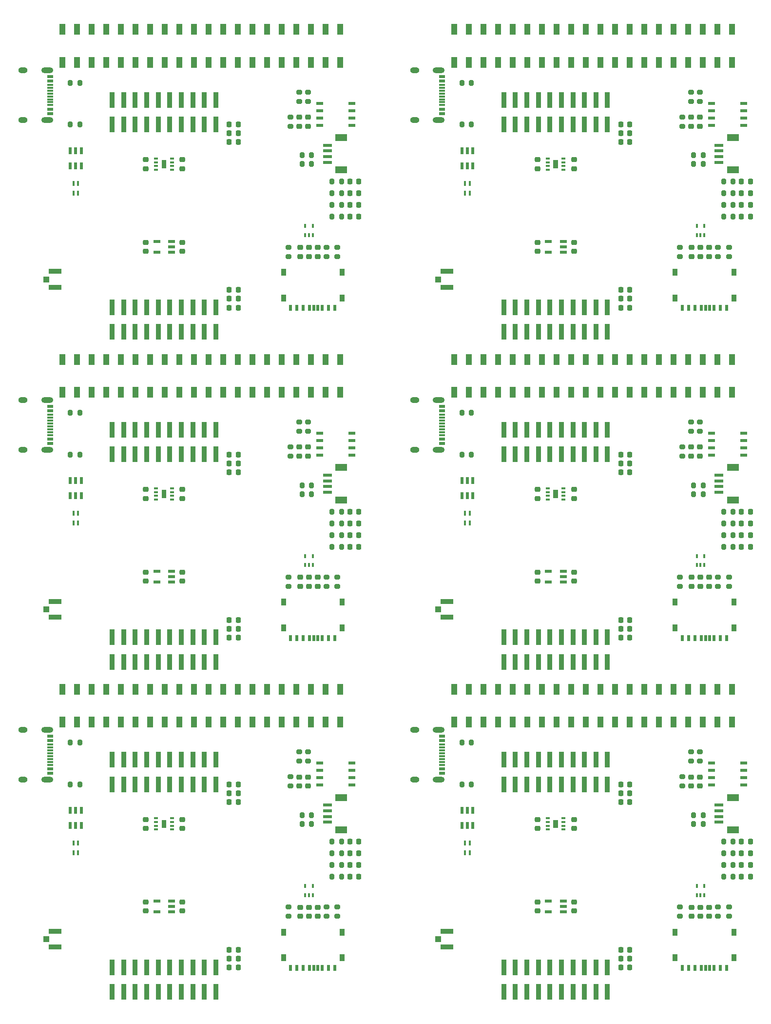
<source format=gtp>
%TF.GenerationSoftware,KiCad,Pcbnew,8.0.7*%
%TF.CreationDate,2025-01-29T16:03:17+00:00*%
%TF.ProjectId,SparkFun_GNSS_pHAT_panelized,53706172-6b46-4756-9e5f-474e53535f70,v10*%
%TF.SameCoordinates,Original*%
%TF.FileFunction,Paste,Top*%
%TF.FilePolarity,Positive*%
%FSLAX46Y46*%
G04 Gerber Fmt 4.6, Leading zero omitted, Abs format (unit mm)*
G04 Created by KiCad (PCBNEW 8.0.7) date 2025-01-29 16:03:17*
%MOMM*%
%LPD*%
G01*
G04 APERTURE LIST*
G04 Aperture macros list*
%AMRoundRect*
0 Rectangle with rounded corners*
0 $1 Rounding radius*
0 $2 $3 $4 $5 $6 $7 $8 $9 X,Y pos of 4 corners*
0 Add a 4 corners polygon primitive as box body*
4,1,4,$2,$3,$4,$5,$6,$7,$8,$9,$2,$3,0*
0 Add four circle primitives for the rounded corners*
1,1,$1+$1,$2,$3*
1,1,$1+$1,$4,$5*
1,1,$1+$1,$6,$7*
1,1,$1+$1,$8,$9*
0 Add four rect primitives between the rounded corners*
20,1,$1+$1,$2,$3,$4,$5,0*
20,1,$1+$1,$4,$5,$6,$7,0*
20,1,$1+$1,$6,$7,$8,$9,0*
20,1,$1+$1,$8,$9,$2,$3,0*%
G04 Aperture macros list end*
%ADD10RoundRect,0.200000X0.200000X0.275000X-0.200000X0.275000X-0.200000X-0.275000X0.200000X-0.275000X0*%
%ADD11RoundRect,0.225000X-0.225000X-0.250000X0.225000X-0.250000X0.225000X0.250000X-0.225000X0.250000X0*%
%ADD12RoundRect,0.218750X0.218750X0.256250X-0.218750X0.256250X-0.218750X-0.256250X0.218750X-0.256250X0*%
%ADD13R,0.900000X2.750000*%
%ADD14RoundRect,0.225000X0.250000X-0.225000X0.250000X0.225000X-0.250000X0.225000X-0.250000X-0.225000X0*%
%ADD15RoundRect,0.200000X0.275000X-0.200000X0.275000X0.200000X-0.275000X0.200000X-0.275000X-0.200000X0*%
%ADD16RoundRect,0.200000X-0.200000X-0.275000X0.200000X-0.275000X0.200000X0.275000X-0.200000X0.275000X0*%
%ADD17RoundRect,0.200000X-0.275000X0.200000X-0.275000X-0.200000X0.275000X-0.200000X0.275000X0.200000X0*%
%ADD18R,0.500000X1.000000*%
%ADD19R,0.950000X1.200000*%
%ADD20R,0.550000X1.200000*%
%ADD21R,1.020000X1.870000*%
%ADD22R,1.550000X0.600000*%
%ADD23R,2.000000X1.200000*%
%ADD24RoundRect,0.225000X-0.250000X0.225000X-0.250000X-0.225000X0.250000X-0.225000X0.250000X0.225000X0*%
%ADD25R,1.200000X0.550000*%
%ADD26RoundRect,0.225000X0.225000X0.250000X-0.225000X0.250000X-0.225000X-0.250000X0.225000X-0.250000X0*%
%ADD27R,1.050000X1.000000*%
%ADD28R,2.200000X0.850000*%
%ADD29R,0.650000X0.300000*%
%ADD30R,1.000000X0.300000*%
%ADD31R,1.000000X0.600000*%
%ADD32O,1.600000X1.000000*%
%ADD33O,2.100000X1.000000*%
%ADD34R,1.200000X0.600000*%
%ADD35R,0.300000X0.700000*%
%ADD36R,0.400000X0.900000*%
G04 APERTURE END LIST*
%TO.C,U2*%
G36*
X25600000Y32687500D02*
G01*
X26400000Y32687500D01*
X26400000Y31312500D01*
X25600000Y31312500D01*
X25600000Y32687500D01*
G37*
G36*
X25600000Y147187500D02*
G01*
X26400000Y147187500D01*
X26400000Y145812500D01*
X25600000Y145812500D01*
X25600000Y147187500D01*
G37*
G36*
X25600000Y89937500D02*
G01*
X26400000Y89937500D01*
X26400000Y88562500D01*
X25600000Y88562500D01*
X25600000Y89937500D01*
G37*
G36*
X93640000Y89937500D02*
G01*
X94440000Y89937500D01*
X94440000Y88562500D01*
X93640000Y88562500D01*
X93640000Y89937500D01*
G37*
G36*
X93640000Y147187500D02*
G01*
X94440000Y147187500D01*
X94440000Y145812500D01*
X93640000Y145812500D01*
X93640000Y147187500D01*
G37*
G36*
X93640000Y32687500D02*
G01*
X94440000Y32687500D01*
X94440000Y31312500D01*
X93640000Y31312500D01*
X93640000Y32687500D01*
G37*
%TD*%
D10*
%TO.C,R5*%
X51625000Y32004000D03*
X49975000Y32004000D03*
%TD*%
%TO.C,R5*%
X51625000Y89254000D03*
X49975000Y89254000D03*
%TD*%
%TO.C,R5*%
X51625000Y146504000D03*
X49975000Y146504000D03*
%TD*%
%TO.C,R5*%
X119665000Y32004000D03*
X118015000Y32004000D03*
%TD*%
%TO.C,R5*%
X119665000Y89254000D03*
X118015000Y89254000D03*
%TD*%
%TO.C,R5*%
X119665000Y146504000D03*
X118015000Y146504000D03*
%TD*%
D11*
%TO.C,C15*%
X37325000Y35814000D03*
X38875000Y35814000D03*
%TD*%
%TO.C,C15*%
X37325000Y150314000D03*
X38875000Y150314000D03*
%TD*%
%TO.C,C15*%
X37325000Y93064000D03*
X38875000Y93064000D03*
%TD*%
%TO.C,C15*%
X105365000Y150314000D03*
X106915000Y150314000D03*
%TD*%
%TO.C,C15*%
X105365000Y93064000D03*
X106915000Y93064000D03*
%TD*%
%TO.C,C15*%
X105365000Y35814000D03*
X106915000Y35814000D03*
%TD*%
%TO.C,C12*%
X37325000Y10160000D03*
X38875000Y10160000D03*
%TD*%
%TO.C,C12*%
X105365000Y67410000D03*
X106915000Y67410000D03*
%TD*%
%TO.C,C12*%
X105365000Y124660000D03*
X106915000Y124660000D03*
%TD*%
%TO.C,C12*%
X37325000Y124660000D03*
X38875000Y124660000D03*
%TD*%
%TO.C,C12*%
X105365000Y10160000D03*
X106915000Y10160000D03*
%TD*%
%TO.C,C12*%
X37325000Y67410000D03*
X38875000Y67410000D03*
%TD*%
D12*
%TO.C,D4*%
X59842500Y22860000D03*
X58267500Y22860000D03*
%TD*%
%TO.C,D4*%
X127882500Y137360000D03*
X126307500Y137360000D03*
%TD*%
%TO.C,D4*%
X127882500Y80110000D03*
X126307500Y80110000D03*
%TD*%
%TO.C,D4*%
X127882500Y22860000D03*
X126307500Y22860000D03*
%TD*%
%TO.C,D4*%
X59842500Y137360000D03*
X58267500Y137360000D03*
%TD*%
%TO.C,D4*%
X59842500Y80110000D03*
X58267500Y80110000D03*
%TD*%
D13*
%TO.C,J4*%
X17000000Y38875000D03*
X17000000Y43125000D03*
X19000000Y38875000D03*
X19000000Y43125000D03*
X21000000Y38875000D03*
X21000000Y43125000D03*
X23000000Y38875000D03*
X23000000Y43125000D03*
X25000000Y38875000D03*
X25000000Y43125000D03*
X27000000Y38875000D03*
X27000000Y43125000D03*
X29000000Y38875000D03*
X29000000Y43125000D03*
X31000000Y38875000D03*
X31000000Y43125000D03*
X33000000Y38875000D03*
X33000000Y43125000D03*
X35000000Y38875000D03*
X35000000Y43125000D03*
%TD*%
%TO.C,J4*%
X85040000Y38875000D03*
X85040000Y43125000D03*
X87040000Y38875000D03*
X87040000Y43125000D03*
X89040000Y38875000D03*
X89040000Y43125000D03*
X91040000Y38875000D03*
X91040000Y43125000D03*
X93040000Y38875000D03*
X93040000Y43125000D03*
X95040000Y38875000D03*
X95040000Y43125000D03*
X97040000Y38875000D03*
X97040000Y43125000D03*
X99040000Y38875000D03*
X99040000Y43125000D03*
X101040000Y38875000D03*
X101040000Y43125000D03*
X103040000Y38875000D03*
X103040000Y43125000D03*
%TD*%
%TO.C,J4*%
X17000000Y96125000D03*
X17000000Y100375000D03*
X19000000Y96125000D03*
X19000000Y100375000D03*
X21000000Y96125000D03*
X21000000Y100375000D03*
X23000000Y96125000D03*
X23000000Y100375000D03*
X25000000Y96125000D03*
X25000000Y100375000D03*
X27000000Y96125000D03*
X27000000Y100375000D03*
X29000000Y96125000D03*
X29000000Y100375000D03*
X31000000Y96125000D03*
X31000000Y100375000D03*
X33000000Y96125000D03*
X33000000Y100375000D03*
X35000000Y96125000D03*
X35000000Y100375000D03*
%TD*%
%TO.C,J4*%
X17000000Y153375000D03*
X17000000Y157625000D03*
X19000000Y153375000D03*
X19000000Y157625000D03*
X21000000Y153375000D03*
X21000000Y157625000D03*
X23000000Y153375000D03*
X23000000Y157625000D03*
X25000000Y153375000D03*
X25000000Y157625000D03*
X27000000Y153375000D03*
X27000000Y157625000D03*
X29000000Y153375000D03*
X29000000Y157625000D03*
X31000000Y153375000D03*
X31000000Y157625000D03*
X33000000Y153375000D03*
X33000000Y157625000D03*
X35000000Y153375000D03*
X35000000Y157625000D03*
%TD*%
%TO.C,J4*%
X85040000Y153375000D03*
X85040000Y157625000D03*
X87040000Y153375000D03*
X87040000Y157625000D03*
X89040000Y153375000D03*
X89040000Y157625000D03*
X91040000Y153375000D03*
X91040000Y157625000D03*
X93040000Y153375000D03*
X93040000Y157625000D03*
X95040000Y153375000D03*
X95040000Y157625000D03*
X97040000Y153375000D03*
X97040000Y157625000D03*
X99040000Y153375000D03*
X99040000Y157625000D03*
X101040000Y153375000D03*
X101040000Y157625000D03*
X103040000Y153375000D03*
X103040000Y157625000D03*
%TD*%
%TO.C,J4*%
X85040000Y96125000D03*
X85040000Y100375000D03*
X87040000Y96125000D03*
X87040000Y100375000D03*
X89040000Y96125000D03*
X89040000Y100375000D03*
X91040000Y96125000D03*
X91040000Y100375000D03*
X93040000Y96125000D03*
X93040000Y100375000D03*
X95040000Y96125000D03*
X95040000Y100375000D03*
X97040000Y96125000D03*
X97040000Y100375000D03*
X99040000Y96125000D03*
X99040000Y100375000D03*
X101040000Y96125000D03*
X101040000Y100375000D03*
X103040000Y96125000D03*
X103040000Y100375000D03*
%TD*%
D14*
%TO.C,C1*%
X49530000Y38595000D03*
X49530000Y40145000D03*
%TD*%
%TO.C,C1*%
X117570000Y153095000D03*
X117570000Y154645000D03*
%TD*%
%TO.C,C1*%
X49530000Y95845000D03*
X49530000Y97395000D03*
%TD*%
%TO.C,C1*%
X117570000Y38595000D03*
X117570000Y40145000D03*
%TD*%
%TO.C,C1*%
X49530000Y153095000D03*
X49530000Y154645000D03*
%TD*%
%TO.C,C1*%
X117570000Y95845000D03*
X117570000Y97395000D03*
%TD*%
D15*
%TO.C,R8*%
X47625000Y15939000D03*
X47625000Y17589000D03*
%TD*%
%TO.C,R8*%
X115665000Y15939000D03*
X115665000Y17589000D03*
%TD*%
%TO.C,R8*%
X47625000Y73189000D03*
X47625000Y74839000D03*
%TD*%
%TO.C,R8*%
X47625000Y130439000D03*
X47625000Y132089000D03*
%TD*%
%TO.C,R8*%
X115665000Y73189000D03*
X115665000Y74839000D03*
%TD*%
%TO.C,R8*%
X115665000Y130439000D03*
X115665000Y132089000D03*
%TD*%
D11*
%TO.C,C10*%
X37325000Y7093000D03*
X38875000Y7093000D03*
%TD*%
%TO.C,C10*%
X105365000Y7093000D03*
X106915000Y7093000D03*
%TD*%
%TO.C,C10*%
X105365000Y64343000D03*
X106915000Y64343000D03*
%TD*%
%TO.C,C10*%
X37325000Y121593000D03*
X38875000Y121593000D03*
%TD*%
%TO.C,C10*%
X105365000Y121593000D03*
X106915000Y121593000D03*
%TD*%
%TO.C,C10*%
X37325000Y64343000D03*
X38875000Y64343000D03*
%TD*%
D14*
%TO.C,C3*%
X22860000Y31229000D03*
X22860000Y32779000D03*
%TD*%
%TO.C,C3*%
X22860000Y88479000D03*
X22860000Y90029000D03*
%TD*%
%TO.C,C3*%
X22860000Y145729000D03*
X22860000Y147279000D03*
%TD*%
%TO.C,C3*%
X90900000Y31229000D03*
X90900000Y32779000D03*
%TD*%
%TO.C,C3*%
X90900000Y145729000D03*
X90900000Y147279000D03*
%TD*%
%TO.C,C3*%
X90900000Y88479000D03*
X90900000Y90029000D03*
%TD*%
D13*
%TO.C,J2*%
X17000000Y2875000D03*
X17000000Y7125000D03*
X19000000Y2875000D03*
X19000000Y7125000D03*
X21000000Y2875000D03*
X21000000Y7125000D03*
X23000000Y2875000D03*
X23000000Y7125000D03*
X25000000Y2875000D03*
X25000000Y7125000D03*
X27000000Y2875000D03*
X27000000Y7125000D03*
X29000000Y2875000D03*
X29000000Y7125000D03*
X31000000Y2875000D03*
X31000000Y7125000D03*
X33000000Y2875000D03*
X33000000Y7125000D03*
X35000000Y2875000D03*
X35000000Y7125000D03*
%TD*%
%TO.C,J2*%
X85040000Y60125000D03*
X85040000Y64375000D03*
X87040000Y60125000D03*
X87040000Y64375000D03*
X89040000Y60125000D03*
X89040000Y64375000D03*
X91040000Y60125000D03*
X91040000Y64375000D03*
X93040000Y60125000D03*
X93040000Y64375000D03*
X95040000Y60125000D03*
X95040000Y64375000D03*
X97040000Y60125000D03*
X97040000Y64375000D03*
X99040000Y60125000D03*
X99040000Y64375000D03*
X101040000Y60125000D03*
X101040000Y64375000D03*
X103040000Y60125000D03*
X103040000Y64375000D03*
%TD*%
%TO.C,J2*%
X17000000Y60125000D03*
X17000000Y64375000D03*
X19000000Y60125000D03*
X19000000Y64375000D03*
X21000000Y60125000D03*
X21000000Y64375000D03*
X23000000Y60125000D03*
X23000000Y64375000D03*
X25000000Y60125000D03*
X25000000Y64375000D03*
X27000000Y60125000D03*
X27000000Y64375000D03*
X29000000Y60125000D03*
X29000000Y64375000D03*
X31000000Y60125000D03*
X31000000Y64375000D03*
X33000000Y60125000D03*
X33000000Y64375000D03*
X35000000Y60125000D03*
X35000000Y64375000D03*
%TD*%
%TO.C,J2*%
X17000000Y117375000D03*
X17000000Y121625000D03*
X19000000Y117375000D03*
X19000000Y121625000D03*
X21000000Y117375000D03*
X21000000Y121625000D03*
X23000000Y117375000D03*
X23000000Y121625000D03*
X25000000Y117375000D03*
X25000000Y121625000D03*
X27000000Y117375000D03*
X27000000Y121625000D03*
X29000000Y117375000D03*
X29000000Y121625000D03*
X31000000Y117375000D03*
X31000000Y121625000D03*
X33000000Y117375000D03*
X33000000Y121625000D03*
X35000000Y117375000D03*
X35000000Y121625000D03*
%TD*%
%TO.C,J2*%
X85040000Y2875000D03*
X85040000Y7125000D03*
X87040000Y2875000D03*
X87040000Y7125000D03*
X89040000Y2875000D03*
X89040000Y7125000D03*
X91040000Y2875000D03*
X91040000Y7125000D03*
X93040000Y2875000D03*
X93040000Y7125000D03*
X95040000Y2875000D03*
X95040000Y7125000D03*
X97040000Y2875000D03*
X97040000Y7125000D03*
X99040000Y2875000D03*
X99040000Y7125000D03*
X101040000Y2875000D03*
X101040000Y7125000D03*
X103040000Y2875000D03*
X103040000Y7125000D03*
%TD*%
%TO.C,J2*%
X85040000Y117375000D03*
X85040000Y121625000D03*
X87040000Y117375000D03*
X87040000Y121625000D03*
X89040000Y117375000D03*
X89040000Y121625000D03*
X91040000Y117375000D03*
X91040000Y121625000D03*
X93040000Y117375000D03*
X93040000Y121625000D03*
X95040000Y117375000D03*
X95040000Y121625000D03*
X97040000Y117375000D03*
X97040000Y121625000D03*
X99040000Y117375000D03*
X99040000Y121625000D03*
X101040000Y117375000D03*
X101040000Y121625000D03*
X103040000Y117375000D03*
X103040000Y121625000D03*
%TD*%
D16*
%TO.C,R14*%
X55182000Y28956000D03*
X56832000Y28956000D03*
%TD*%
%TO.C,R14*%
X123222000Y143456000D03*
X124872000Y143456000D03*
%TD*%
%TO.C,R14*%
X55182000Y86206000D03*
X56832000Y86206000D03*
%TD*%
%TO.C,R14*%
X55182000Y143456000D03*
X56832000Y143456000D03*
%TD*%
%TO.C,R14*%
X123222000Y28956000D03*
X124872000Y28956000D03*
%TD*%
%TO.C,R14*%
X123222000Y86206000D03*
X124872000Y86206000D03*
%TD*%
D10*
%TO.C,R10*%
X11366000Y38862000D03*
X9716000Y38862000D03*
%TD*%
%TO.C,R10*%
X79406000Y96112000D03*
X77756000Y96112000D03*
%TD*%
%TO.C,R10*%
X79406000Y153362000D03*
X77756000Y153362000D03*
%TD*%
%TO.C,R10*%
X11366000Y153362000D03*
X9716000Y153362000D03*
%TD*%
%TO.C,R10*%
X11366000Y96112000D03*
X9716000Y96112000D03*
%TD*%
%TO.C,R10*%
X79406000Y38862000D03*
X77756000Y38862000D03*
%TD*%
%TO.C,R9*%
X11366000Y46101000D03*
X9716000Y46101000D03*
%TD*%
%TO.C,R9*%
X79406000Y46101000D03*
X77756000Y46101000D03*
%TD*%
%TO.C,R9*%
X11366000Y160601000D03*
X9716000Y160601000D03*
%TD*%
%TO.C,R9*%
X79406000Y160601000D03*
X77756000Y160601000D03*
%TD*%
%TO.C,R9*%
X79406000Y103351000D03*
X77756000Y103351000D03*
%TD*%
%TO.C,R9*%
X11366000Y103351000D03*
X9716000Y103351000D03*
%TD*%
D11*
%TO.C,C13*%
X37325000Y38862000D03*
X38875000Y38862000D03*
%TD*%
%TO.C,C13*%
X37325000Y153362000D03*
X38875000Y153362000D03*
%TD*%
%TO.C,C13*%
X37325000Y96112000D03*
X38875000Y96112000D03*
%TD*%
%TO.C,C13*%
X105365000Y96112000D03*
X106915000Y96112000D03*
%TD*%
%TO.C,C13*%
X105365000Y153362000D03*
X106915000Y153362000D03*
%TD*%
%TO.C,C13*%
X105365000Y38862000D03*
X106915000Y38862000D03*
%TD*%
D12*
%TO.C,D5*%
X59842500Y26924000D03*
X58267500Y26924000D03*
%TD*%
%TO.C,D5*%
X127882500Y84174000D03*
X126307500Y84174000D03*
%TD*%
%TO.C,D5*%
X127882500Y141424000D03*
X126307500Y141424000D03*
%TD*%
%TO.C,D5*%
X59842500Y84174000D03*
X58267500Y84174000D03*
%TD*%
%TO.C,D5*%
X59842500Y141424000D03*
X58267500Y141424000D03*
%TD*%
%TO.C,D5*%
X127882500Y26924000D03*
X126307500Y26924000D03*
%TD*%
D10*
%TO.C,R11*%
X56832000Y24892000D03*
X55182000Y24892000D03*
%TD*%
%TO.C,R11*%
X56832000Y139392000D03*
X55182000Y139392000D03*
%TD*%
%TO.C,R11*%
X124872000Y82142000D03*
X123222000Y82142000D03*
%TD*%
%TO.C,R11*%
X56832000Y82142000D03*
X55182000Y82142000D03*
%TD*%
%TO.C,R11*%
X124872000Y24892000D03*
X123222000Y24892000D03*
%TD*%
%TO.C,R11*%
X124872000Y139392000D03*
X123222000Y139392000D03*
%TD*%
D17*
%TO.C,R3*%
X48006000Y40195000D03*
X48006000Y38545000D03*
%TD*%
%TO.C,R3*%
X116046000Y154695000D03*
X116046000Y153045000D03*
%TD*%
%TO.C,R3*%
X48006000Y154695000D03*
X48006000Y153045000D03*
%TD*%
%TO.C,R3*%
X116046000Y40195000D03*
X116046000Y38545000D03*
%TD*%
%TO.C,R3*%
X116046000Y97445000D03*
X116046000Y95795000D03*
%TD*%
%TO.C,R3*%
X48006000Y97445000D03*
X48006000Y95795000D03*
%TD*%
D18*
%TO.C,J5*%
X55700000Y7025000D03*
X54600000Y7025000D03*
X53500000Y7025000D03*
X52750000Y7025000D03*
X51300000Y7025000D03*
X50200000Y7025000D03*
X49100000Y7025000D03*
X48000000Y7025000D03*
X52050000Y7025000D03*
D19*
X46750000Y13225000D03*
X46750000Y8775000D03*
X56950000Y13225000D03*
X56950000Y8775000D03*
%TD*%
D18*
%TO.C,J5*%
X123740000Y121525000D03*
X122640000Y121525000D03*
X121540000Y121525000D03*
X120790000Y121525000D03*
X119340000Y121525000D03*
X118240000Y121525000D03*
X117140000Y121525000D03*
X116040000Y121525000D03*
X120090000Y121525000D03*
D19*
X114790000Y127725000D03*
X114790000Y123275000D03*
X124990000Y127725000D03*
X124990000Y123275000D03*
%TD*%
D18*
%TO.C,J5*%
X55700000Y64275000D03*
X54600000Y64275000D03*
X53500000Y64275000D03*
X52750000Y64275000D03*
X51300000Y64275000D03*
X50200000Y64275000D03*
X49100000Y64275000D03*
X48000000Y64275000D03*
X52050000Y64275000D03*
D19*
X46750000Y70475000D03*
X46750000Y66025000D03*
X56950000Y70475000D03*
X56950000Y66025000D03*
%TD*%
D18*
%TO.C,J5*%
X55700000Y121525000D03*
X54600000Y121525000D03*
X53500000Y121525000D03*
X52750000Y121525000D03*
X51300000Y121525000D03*
X50200000Y121525000D03*
X49100000Y121525000D03*
X48000000Y121525000D03*
X52050000Y121525000D03*
D19*
X46750000Y127725000D03*
X46750000Y123275000D03*
X56950000Y127725000D03*
X56950000Y123275000D03*
%TD*%
D18*
%TO.C,J5*%
X123740000Y7025000D03*
X122640000Y7025000D03*
X121540000Y7025000D03*
X120790000Y7025000D03*
X119340000Y7025000D03*
X118240000Y7025000D03*
X117140000Y7025000D03*
X116040000Y7025000D03*
X120090000Y7025000D03*
D19*
X114790000Y13225000D03*
X114790000Y8775000D03*
X124990000Y13225000D03*
X124990000Y8775000D03*
%TD*%
D18*
%TO.C,J5*%
X123740000Y64275000D03*
X122640000Y64275000D03*
X121540000Y64275000D03*
X120790000Y64275000D03*
X119340000Y64275000D03*
X118240000Y64275000D03*
X117140000Y64275000D03*
X116040000Y64275000D03*
X120090000Y64275000D03*
D19*
X114790000Y70475000D03*
X114790000Y66025000D03*
X124990000Y70475000D03*
X124990000Y66025000D03*
%TD*%
D14*
%TO.C,C8*%
X49657000Y15989000D03*
X49657000Y17539000D03*
%TD*%
%TO.C,C8*%
X49657000Y130489000D03*
X49657000Y132039000D03*
%TD*%
%TO.C,C8*%
X49657000Y73239000D03*
X49657000Y74789000D03*
%TD*%
%TO.C,C8*%
X117697000Y15989000D03*
X117697000Y17539000D03*
%TD*%
%TO.C,C8*%
X117697000Y73239000D03*
X117697000Y74789000D03*
%TD*%
%TO.C,C8*%
X117697000Y130489000D03*
X117697000Y132039000D03*
%TD*%
%TO.C,C7*%
X52705000Y15989000D03*
X52705000Y17539000D03*
%TD*%
%TO.C,C7*%
X52705000Y73239000D03*
X52705000Y74789000D03*
%TD*%
%TO.C,C7*%
X52705000Y130489000D03*
X52705000Y132039000D03*
%TD*%
%TO.C,C7*%
X120745000Y130489000D03*
X120745000Y132039000D03*
%TD*%
%TO.C,C7*%
X120745000Y15989000D03*
X120745000Y17539000D03*
%TD*%
%TO.C,C7*%
X120745000Y73239000D03*
X120745000Y74789000D03*
%TD*%
D20*
%TO.C,D1*%
X9718000Y31719900D03*
X10668000Y31719900D03*
X11618000Y31719900D03*
X11618000Y34320100D03*
X10668000Y34320000D03*
X9718000Y34320100D03*
%TD*%
%TO.C,D1*%
X9718000Y146219900D03*
X10668000Y146219900D03*
X11618000Y146219900D03*
X11618000Y148820100D03*
X10668000Y148820000D03*
X9718000Y148820100D03*
%TD*%
%TO.C,D1*%
X77758000Y31719900D03*
X78708000Y31719900D03*
X79658000Y31719900D03*
X79658000Y34320100D03*
X78708000Y34320000D03*
X77758000Y34320100D03*
%TD*%
%TO.C,D1*%
X77758000Y88969900D03*
X78708000Y88969900D03*
X79658000Y88969900D03*
X79658000Y91570100D03*
X78708000Y91570000D03*
X77758000Y91570100D03*
%TD*%
%TO.C,D1*%
X77758000Y146219900D03*
X78708000Y146219900D03*
X79658000Y146219900D03*
X79658000Y148820100D03*
X78708000Y148820000D03*
X77758000Y148820100D03*
%TD*%
%TO.C,D1*%
X9718000Y88969900D03*
X10668000Y88969900D03*
X11618000Y88969900D03*
X11618000Y91570100D03*
X10668000Y91570000D03*
X9718000Y91570100D03*
%TD*%
D21*
%TO.C,J1*%
X8370000Y49635000D03*
X8370000Y55365000D03*
X10910000Y49635000D03*
X10910000Y55365000D03*
X13450000Y49635000D03*
X13450000Y55365000D03*
X15990000Y49635000D03*
X15990000Y55365000D03*
X18530000Y49635000D03*
X18530000Y55365000D03*
X21070000Y49635000D03*
X21070000Y55365000D03*
X23610000Y49635000D03*
X23610000Y55365000D03*
X26150000Y49635000D03*
X26150000Y55365000D03*
X28690000Y49635000D03*
X28690000Y55365000D03*
X31230000Y49635000D03*
X31230000Y55365000D03*
X33770000Y49635000D03*
X33770000Y55365000D03*
X36310000Y49635000D03*
X36310000Y55365000D03*
X38850000Y49635000D03*
X38850000Y55365000D03*
X41390000Y49635000D03*
X41390000Y55365000D03*
X43930000Y49635000D03*
X43930000Y55365000D03*
X46470000Y49635000D03*
X46470000Y55365000D03*
X49010000Y49635000D03*
X49010000Y55365000D03*
X51550000Y49635000D03*
X51550000Y55365000D03*
X54090000Y49635000D03*
X54090000Y55365000D03*
X56630000Y49635000D03*
X56630000Y55365000D03*
%TD*%
%TO.C,J1*%
X76410000Y164135000D03*
X76410000Y169865000D03*
X78950000Y164135000D03*
X78950000Y169865000D03*
X81490000Y164135000D03*
X81490000Y169865000D03*
X84030000Y164135000D03*
X84030000Y169865000D03*
X86570000Y164135000D03*
X86570000Y169865000D03*
X89110000Y164135000D03*
X89110000Y169865000D03*
X91650000Y164135000D03*
X91650000Y169865000D03*
X94190000Y164135000D03*
X94190000Y169865000D03*
X96730000Y164135000D03*
X96730000Y169865000D03*
X99270000Y164135000D03*
X99270000Y169865000D03*
X101810000Y164135000D03*
X101810000Y169865000D03*
X104350000Y164135000D03*
X104350000Y169865000D03*
X106890000Y164135000D03*
X106890000Y169865000D03*
X109430000Y164135000D03*
X109430000Y169865000D03*
X111970000Y164135000D03*
X111970000Y169865000D03*
X114510000Y164135000D03*
X114510000Y169865000D03*
X117050000Y164135000D03*
X117050000Y169865000D03*
X119590000Y164135000D03*
X119590000Y169865000D03*
X122130000Y164135000D03*
X122130000Y169865000D03*
X124670000Y164135000D03*
X124670000Y169865000D03*
%TD*%
%TO.C,J1*%
X8370000Y164135000D03*
X8370000Y169865000D03*
X10910000Y164135000D03*
X10910000Y169865000D03*
X13450000Y164135000D03*
X13450000Y169865000D03*
X15990000Y164135000D03*
X15990000Y169865000D03*
X18530000Y164135000D03*
X18530000Y169865000D03*
X21070000Y164135000D03*
X21070000Y169865000D03*
X23610000Y164135000D03*
X23610000Y169865000D03*
X26150000Y164135000D03*
X26150000Y169865000D03*
X28690000Y164135000D03*
X28690000Y169865000D03*
X31230000Y164135000D03*
X31230000Y169865000D03*
X33770000Y164135000D03*
X33770000Y169865000D03*
X36310000Y164135000D03*
X36310000Y169865000D03*
X38850000Y164135000D03*
X38850000Y169865000D03*
X41390000Y164135000D03*
X41390000Y169865000D03*
X43930000Y164135000D03*
X43930000Y169865000D03*
X46470000Y164135000D03*
X46470000Y169865000D03*
X49010000Y164135000D03*
X49010000Y169865000D03*
X51550000Y164135000D03*
X51550000Y169865000D03*
X54090000Y164135000D03*
X54090000Y169865000D03*
X56630000Y164135000D03*
X56630000Y169865000D03*
%TD*%
%TO.C,J1*%
X8370000Y106885000D03*
X8370000Y112615000D03*
X10910000Y106885000D03*
X10910000Y112615000D03*
X13450000Y106885000D03*
X13450000Y112615000D03*
X15990000Y106885000D03*
X15990000Y112615000D03*
X18530000Y106885000D03*
X18530000Y112615000D03*
X21070000Y106885000D03*
X21070000Y112615000D03*
X23610000Y106885000D03*
X23610000Y112615000D03*
X26150000Y106885000D03*
X26150000Y112615000D03*
X28690000Y106885000D03*
X28690000Y112615000D03*
X31230000Y106885000D03*
X31230000Y112615000D03*
X33770000Y106885000D03*
X33770000Y112615000D03*
X36310000Y106885000D03*
X36310000Y112615000D03*
X38850000Y106885000D03*
X38850000Y112615000D03*
X41390000Y106885000D03*
X41390000Y112615000D03*
X43930000Y106885000D03*
X43930000Y112615000D03*
X46470000Y106885000D03*
X46470000Y112615000D03*
X49010000Y106885000D03*
X49010000Y112615000D03*
X51550000Y106885000D03*
X51550000Y112615000D03*
X54090000Y106885000D03*
X54090000Y112615000D03*
X56630000Y106885000D03*
X56630000Y112615000D03*
%TD*%
%TO.C,J1*%
X76410000Y49635000D03*
X76410000Y55365000D03*
X78950000Y49635000D03*
X78950000Y55365000D03*
X81490000Y49635000D03*
X81490000Y55365000D03*
X84030000Y49635000D03*
X84030000Y55365000D03*
X86570000Y49635000D03*
X86570000Y55365000D03*
X89110000Y49635000D03*
X89110000Y55365000D03*
X91650000Y49635000D03*
X91650000Y55365000D03*
X94190000Y49635000D03*
X94190000Y55365000D03*
X96730000Y49635000D03*
X96730000Y55365000D03*
X99270000Y49635000D03*
X99270000Y55365000D03*
X101810000Y49635000D03*
X101810000Y55365000D03*
X104350000Y49635000D03*
X104350000Y55365000D03*
X106890000Y49635000D03*
X106890000Y55365000D03*
X109430000Y49635000D03*
X109430000Y55365000D03*
X111970000Y49635000D03*
X111970000Y55365000D03*
X114510000Y49635000D03*
X114510000Y55365000D03*
X117050000Y49635000D03*
X117050000Y55365000D03*
X119590000Y49635000D03*
X119590000Y55365000D03*
X122130000Y49635000D03*
X122130000Y55365000D03*
X124670000Y49635000D03*
X124670000Y55365000D03*
%TD*%
%TO.C,J1*%
X76410000Y106885000D03*
X76410000Y112615000D03*
X78950000Y106885000D03*
X78950000Y112615000D03*
X81490000Y106885000D03*
X81490000Y112615000D03*
X84030000Y106885000D03*
X84030000Y112615000D03*
X86570000Y106885000D03*
X86570000Y112615000D03*
X89110000Y106885000D03*
X89110000Y112615000D03*
X91650000Y106885000D03*
X91650000Y112615000D03*
X94190000Y106885000D03*
X94190000Y112615000D03*
X96730000Y106885000D03*
X96730000Y112615000D03*
X99270000Y106885000D03*
X99270000Y112615000D03*
X101810000Y106885000D03*
X101810000Y112615000D03*
X104350000Y106885000D03*
X104350000Y112615000D03*
X106890000Y106885000D03*
X106890000Y112615000D03*
X109430000Y106885000D03*
X109430000Y112615000D03*
X111970000Y106885000D03*
X111970000Y112615000D03*
X114510000Y106885000D03*
X114510000Y112615000D03*
X117050000Y106885000D03*
X117050000Y112615000D03*
X119590000Y106885000D03*
X119590000Y112615000D03*
X122130000Y106885000D03*
X122130000Y112615000D03*
X124670000Y106885000D03*
X124670000Y112615000D03*
%TD*%
D10*
%TO.C,R4*%
X51625000Y33528000D03*
X49975000Y33528000D03*
%TD*%
%TO.C,R4*%
X51625000Y90778000D03*
X49975000Y90778000D03*
%TD*%
%TO.C,R4*%
X119665000Y33528000D03*
X118015000Y33528000D03*
%TD*%
%TO.C,R4*%
X119665000Y90778000D03*
X118015000Y90778000D03*
%TD*%
%TO.C,R4*%
X119665000Y148028000D03*
X118015000Y148028000D03*
%TD*%
%TO.C,R4*%
X51625000Y148028000D03*
X49975000Y148028000D03*
%TD*%
D22*
%TO.C,J8*%
X54369000Y35282000D03*
X54369000Y34282000D03*
X54369000Y33282000D03*
X54369000Y32282000D03*
D23*
X56794000Y36582000D03*
X56794000Y30982000D03*
%TD*%
D22*
%TO.C,J8*%
X54369000Y92532000D03*
X54369000Y91532000D03*
X54369000Y90532000D03*
X54369000Y89532000D03*
D23*
X56794000Y93832000D03*
X56794000Y88232000D03*
%TD*%
D22*
%TO.C,J8*%
X122409000Y92532000D03*
X122409000Y91532000D03*
X122409000Y90532000D03*
X122409000Y89532000D03*
D23*
X124834000Y93832000D03*
X124834000Y88232000D03*
%TD*%
D22*
%TO.C,J8*%
X54369000Y149782000D03*
X54369000Y148782000D03*
X54369000Y147782000D03*
X54369000Y146782000D03*
D23*
X56794000Y151082000D03*
X56794000Y145482000D03*
%TD*%
D22*
%TO.C,J8*%
X122409000Y149782000D03*
X122409000Y148782000D03*
X122409000Y147782000D03*
X122409000Y146782000D03*
D23*
X124834000Y151082000D03*
X124834000Y145482000D03*
%TD*%
D22*
%TO.C,J8*%
X122409000Y35282000D03*
X122409000Y34282000D03*
X122409000Y33282000D03*
X122409000Y32282000D03*
D23*
X124834000Y36582000D03*
X124834000Y30982000D03*
%TD*%
D10*
%TO.C,R13*%
X56832000Y26924000D03*
X55182000Y26924000D03*
%TD*%
%TO.C,R13*%
X124872000Y26924000D03*
X123222000Y26924000D03*
%TD*%
%TO.C,R13*%
X56832000Y84174000D03*
X55182000Y84174000D03*
%TD*%
%TO.C,R13*%
X56832000Y141424000D03*
X55182000Y141424000D03*
%TD*%
%TO.C,R13*%
X124872000Y84174000D03*
X123222000Y84174000D03*
%TD*%
%TO.C,R13*%
X124872000Y141424000D03*
X123222000Y141424000D03*
%TD*%
D15*
%TO.C,R2*%
X51054000Y42863000D03*
X51054000Y44513000D03*
%TD*%
%TO.C,R2*%
X119094000Y42863000D03*
X119094000Y44513000D03*
%TD*%
%TO.C,R2*%
X119094000Y157363000D03*
X119094000Y159013000D03*
%TD*%
%TO.C,R2*%
X51054000Y100113000D03*
X51054000Y101763000D03*
%TD*%
%TO.C,R2*%
X119094000Y100113000D03*
X119094000Y101763000D03*
%TD*%
%TO.C,R2*%
X51054000Y157363000D03*
X51054000Y159013000D03*
%TD*%
%TO.C,R1*%
X49530000Y42863000D03*
X49530000Y44513000D03*
%TD*%
%TO.C,R1*%
X49530000Y157363000D03*
X49530000Y159013000D03*
%TD*%
%TO.C,R1*%
X49530000Y100113000D03*
X49530000Y101763000D03*
%TD*%
%TO.C,R1*%
X117570000Y100113000D03*
X117570000Y101763000D03*
%TD*%
%TO.C,R1*%
X117570000Y42863000D03*
X117570000Y44513000D03*
%TD*%
%TO.C,R1*%
X117570000Y157363000D03*
X117570000Y159013000D03*
%TD*%
%TO.C,R6*%
X56134000Y15939000D03*
X56134000Y17589000D03*
%TD*%
%TO.C,R6*%
X56134000Y130439000D03*
X56134000Y132089000D03*
%TD*%
%TO.C,R6*%
X124174000Y130439000D03*
X124174000Y132089000D03*
%TD*%
%TO.C,R6*%
X124174000Y15939000D03*
X124174000Y17589000D03*
%TD*%
%TO.C,R6*%
X124174000Y73189000D03*
X124174000Y74839000D03*
%TD*%
%TO.C,R6*%
X56134000Y73189000D03*
X56134000Y74839000D03*
%TD*%
D12*
%TO.C,D6*%
X59842500Y28956000D03*
X58267500Y28956000D03*
%TD*%
%TO.C,D6*%
X59842500Y143456000D03*
X58267500Y143456000D03*
%TD*%
%TO.C,D6*%
X59842500Y86206000D03*
X58267500Y86206000D03*
%TD*%
%TO.C,D6*%
X127882500Y86206000D03*
X126307500Y86206000D03*
%TD*%
%TO.C,D6*%
X127882500Y28956000D03*
X126307500Y28956000D03*
%TD*%
%TO.C,D6*%
X127882500Y143456000D03*
X126307500Y143456000D03*
%TD*%
D24*
%TO.C,C9*%
X51181000Y17539000D03*
X51181000Y15989000D03*
%TD*%
%TO.C,C9*%
X51181000Y74789000D03*
X51181000Y73239000D03*
%TD*%
%TO.C,C9*%
X119221000Y17539000D03*
X119221000Y15989000D03*
%TD*%
%TO.C,C9*%
X51181000Y132039000D03*
X51181000Y130489000D03*
%TD*%
%TO.C,C9*%
X119221000Y74789000D03*
X119221000Y73239000D03*
%TD*%
%TO.C,C9*%
X119221000Y132039000D03*
X119221000Y130489000D03*
%TD*%
%TO.C,C5*%
X22860000Y18428000D03*
X22860000Y16878000D03*
%TD*%
%TO.C,C5*%
X22860000Y132928000D03*
X22860000Y131378000D03*
%TD*%
%TO.C,C5*%
X22860000Y75678000D03*
X22860000Y74128000D03*
%TD*%
%TO.C,C5*%
X90900000Y18428000D03*
X90900000Y16878000D03*
%TD*%
%TO.C,C5*%
X90900000Y75678000D03*
X90900000Y74128000D03*
%TD*%
%TO.C,C5*%
X90900000Y132928000D03*
X90900000Y131378000D03*
%TD*%
D25*
%TO.C,U3*%
X27335100Y16703000D03*
X27335100Y17653000D03*
X27335100Y18603000D03*
X24734900Y18603000D03*
X24734900Y16703000D03*
%TD*%
%TO.C,U3*%
X27335100Y73953000D03*
X27335100Y74903000D03*
X27335100Y75853000D03*
X24734900Y75853000D03*
X24734900Y73953000D03*
%TD*%
%TO.C,U3*%
X27335100Y131203000D03*
X27335100Y132153000D03*
X27335100Y133103000D03*
X24734900Y133103000D03*
X24734900Y131203000D03*
%TD*%
%TO.C,U3*%
X95375100Y131203000D03*
X95375100Y132153000D03*
X95375100Y133103000D03*
X92774900Y133103000D03*
X92774900Y131203000D03*
%TD*%
%TO.C,U3*%
X95375100Y16703000D03*
X95375100Y17653000D03*
X95375100Y18603000D03*
X92774900Y18603000D03*
X92774900Y16703000D03*
%TD*%
%TO.C,U3*%
X95375100Y73953000D03*
X95375100Y74903000D03*
X95375100Y75853000D03*
X92774900Y75853000D03*
X92774900Y73953000D03*
%TD*%
D26*
%TO.C,C11*%
X38875000Y8636000D03*
X37325000Y8636000D03*
%TD*%
%TO.C,C11*%
X38875000Y65886000D03*
X37325000Y65886000D03*
%TD*%
%TO.C,C11*%
X38875000Y123136000D03*
X37325000Y123136000D03*
%TD*%
%TO.C,C11*%
X106915000Y123136000D03*
X105365000Y123136000D03*
%TD*%
%TO.C,C11*%
X106915000Y65886000D03*
X105365000Y65886000D03*
%TD*%
%TO.C,C11*%
X106915000Y8636000D03*
X105365000Y8636000D03*
%TD*%
D27*
%TO.C,J3*%
X5587000Y12000000D03*
D28*
X7112000Y10625000D03*
X7112000Y13375000D03*
%TD*%
D27*
%TO.C,J3*%
X73627000Y12000000D03*
D28*
X75152000Y10625000D03*
X75152000Y13375000D03*
%TD*%
D27*
%TO.C,J3*%
X5587000Y69250000D03*
D28*
X7112000Y67875000D03*
X7112000Y70625000D03*
%TD*%
D27*
%TO.C,J3*%
X5587000Y126500000D03*
D28*
X7112000Y125125000D03*
X7112000Y127875000D03*
%TD*%
D27*
%TO.C,J3*%
X73627000Y69250000D03*
D28*
X75152000Y67875000D03*
X75152000Y70625000D03*
%TD*%
D27*
%TO.C,J3*%
X73627000Y126500000D03*
D28*
X75152000Y125125000D03*
X75152000Y127875000D03*
%TD*%
D14*
%TO.C,C4*%
X29210000Y16878000D03*
X29210000Y18428000D03*
%TD*%
%TO.C,C4*%
X97250000Y131378000D03*
X97250000Y132928000D03*
%TD*%
%TO.C,C4*%
X29210000Y74128000D03*
X29210000Y75678000D03*
%TD*%
%TO.C,C4*%
X29210000Y131378000D03*
X29210000Y132928000D03*
%TD*%
%TO.C,C4*%
X97250000Y16878000D03*
X97250000Y18428000D03*
%TD*%
%TO.C,C4*%
X97250000Y74128000D03*
X97250000Y75678000D03*
%TD*%
D29*
%TO.C,U2*%
X24625000Y32975000D03*
X24625000Y32325000D03*
X24625000Y31675000D03*
X24625000Y31025000D03*
X27375000Y31025000D03*
X27375000Y31675000D03*
X27375000Y32325000D03*
X27375000Y32975000D03*
%TD*%
%TO.C,U2*%
X24625000Y147475000D03*
X24625000Y146825000D03*
X24625000Y146175000D03*
X24625000Y145525000D03*
X27375000Y145525000D03*
X27375000Y146175000D03*
X27375000Y146825000D03*
X27375000Y147475000D03*
%TD*%
%TO.C,U2*%
X24625000Y90225000D03*
X24625000Y89575000D03*
X24625000Y88925000D03*
X24625000Y88275000D03*
X27375000Y88275000D03*
X27375000Y88925000D03*
X27375000Y89575000D03*
X27375000Y90225000D03*
%TD*%
%TO.C,U2*%
X92665000Y90225000D03*
X92665000Y89575000D03*
X92665000Y88925000D03*
X92665000Y88275000D03*
X95415000Y88275000D03*
X95415000Y88925000D03*
X95415000Y89575000D03*
X95415000Y90225000D03*
%TD*%
%TO.C,U2*%
X92665000Y147475000D03*
X92665000Y146825000D03*
X92665000Y146175000D03*
X92665000Y145525000D03*
X95415000Y145525000D03*
X95415000Y146175000D03*
X95415000Y146825000D03*
X95415000Y147475000D03*
%TD*%
%TO.C,U2*%
X92665000Y32975000D03*
X92665000Y32325000D03*
X92665000Y31675000D03*
X92665000Y31025000D03*
X95415000Y31025000D03*
X95415000Y31675000D03*
X95415000Y32325000D03*
X95415000Y32975000D03*
%TD*%
D14*
%TO.C,C6*%
X51054000Y38595000D03*
X51054000Y40145000D03*
%TD*%
%TO.C,C6*%
X119094000Y153095000D03*
X119094000Y154645000D03*
%TD*%
%TO.C,C6*%
X51054000Y153095000D03*
X51054000Y154645000D03*
%TD*%
%TO.C,C6*%
X51054000Y95845000D03*
X51054000Y97395000D03*
%TD*%
%TO.C,C6*%
X119094000Y95845000D03*
X119094000Y97395000D03*
%TD*%
%TO.C,C6*%
X119094000Y38595000D03*
X119094000Y40145000D03*
%TD*%
%TO.C,C2*%
X29210000Y31229000D03*
X29210000Y32779000D03*
%TD*%
%TO.C,C2*%
X29210000Y145729000D03*
X29210000Y147279000D03*
%TD*%
%TO.C,C2*%
X29210000Y88479000D03*
X29210000Y90029000D03*
%TD*%
%TO.C,C2*%
X97250000Y31229000D03*
X97250000Y32779000D03*
%TD*%
%TO.C,C2*%
X97250000Y88479000D03*
X97250000Y90029000D03*
%TD*%
%TO.C,C2*%
X97250000Y145729000D03*
X97250000Y147279000D03*
%TD*%
D15*
%TO.C,R7*%
X54229000Y15939000D03*
X54229000Y17589000D03*
%TD*%
%TO.C,R7*%
X122269000Y130439000D03*
X122269000Y132089000D03*
%TD*%
%TO.C,R7*%
X54229000Y130439000D03*
X54229000Y132089000D03*
%TD*%
%TO.C,R7*%
X54229000Y73189000D03*
X54229000Y74839000D03*
%TD*%
%TO.C,R7*%
X122269000Y15939000D03*
X122269000Y17589000D03*
%TD*%
%TO.C,R7*%
X122269000Y73189000D03*
X122269000Y74839000D03*
%TD*%
D10*
%TO.C,R12*%
X56832000Y22860000D03*
X55182000Y22860000D03*
%TD*%
%TO.C,R12*%
X56832000Y80110000D03*
X55182000Y80110000D03*
%TD*%
%TO.C,R12*%
X56832000Y137360000D03*
X55182000Y137360000D03*
%TD*%
%TO.C,R12*%
X124872000Y22860000D03*
X123222000Y22860000D03*
%TD*%
%TO.C,R12*%
X124872000Y80110000D03*
X123222000Y80110000D03*
%TD*%
%TO.C,R12*%
X124872000Y137360000D03*
X123222000Y137360000D03*
%TD*%
D26*
%TO.C,C14*%
X38875000Y37338000D03*
X37325000Y37338000D03*
%TD*%
%TO.C,C14*%
X38875000Y151838000D03*
X37325000Y151838000D03*
%TD*%
%TO.C,C14*%
X106915000Y151838000D03*
X105365000Y151838000D03*
%TD*%
%TO.C,C14*%
X38875000Y94588000D03*
X37325000Y94588000D03*
%TD*%
%TO.C,C14*%
X106915000Y37338000D03*
X105365000Y37338000D03*
%TD*%
%TO.C,C14*%
X106915000Y94588000D03*
X105365000Y94588000D03*
%TD*%
D30*
%TO.C,J6*%
X6260000Y45250000D03*
X6260000Y44250000D03*
X6260000Y43750000D03*
X6260000Y42750000D03*
X6260000Y42250000D03*
X6260000Y43250000D03*
X6260000Y44750000D03*
X6260000Y45750000D03*
D31*
X6260000Y47225000D03*
X6260000Y40775000D03*
D32*
X1505000Y48318000D03*
D33*
X5685000Y48318000D03*
X5685000Y39682000D03*
D32*
X1505000Y39682000D03*
D31*
X6260000Y46450000D03*
X6260000Y41550000D03*
%TD*%
D30*
%TO.C,J6*%
X6260000Y159750000D03*
X6260000Y158750000D03*
X6260000Y158250000D03*
X6260000Y157250000D03*
X6260000Y156750000D03*
X6260000Y157750000D03*
X6260000Y159250000D03*
X6260000Y160250000D03*
D31*
X6260000Y161725000D03*
X6260000Y155275000D03*
D32*
X1505000Y162818000D03*
D33*
X5685000Y162818000D03*
X5685000Y154182000D03*
D32*
X1505000Y154182000D03*
D31*
X6260000Y160950000D03*
X6260000Y156050000D03*
%TD*%
D30*
%TO.C,J6*%
X6260000Y102500000D03*
X6260000Y101500000D03*
X6260000Y101000000D03*
X6260000Y100000000D03*
X6260000Y99500000D03*
X6260000Y100500000D03*
X6260000Y102000000D03*
X6260000Y103000000D03*
D31*
X6260000Y104475000D03*
X6260000Y98025000D03*
D32*
X1505000Y105568000D03*
D33*
X5685000Y105568000D03*
X5685000Y96932000D03*
D32*
X1505000Y96932000D03*
D31*
X6260000Y103700000D03*
X6260000Y98800000D03*
%TD*%
D30*
%TO.C,J6*%
X74300000Y102500000D03*
X74300000Y101500000D03*
X74300000Y101000000D03*
X74300000Y100000000D03*
X74300000Y99500000D03*
X74300000Y100500000D03*
X74300000Y102000000D03*
X74300000Y103000000D03*
D31*
X74300000Y104475000D03*
X74300000Y98025000D03*
D32*
X69545000Y105568000D03*
D33*
X73725000Y105568000D03*
X73725000Y96932000D03*
D32*
X69545000Y96932000D03*
D31*
X74300000Y103700000D03*
X74300000Y98800000D03*
%TD*%
D30*
%TO.C,J6*%
X74300000Y45250000D03*
X74300000Y44250000D03*
X74300000Y43750000D03*
X74300000Y42750000D03*
X74300000Y42250000D03*
X74300000Y43250000D03*
X74300000Y44750000D03*
X74300000Y45750000D03*
D31*
X74300000Y47225000D03*
X74300000Y40775000D03*
D32*
X69545000Y48318000D03*
D33*
X73725000Y48318000D03*
X73725000Y39682000D03*
D32*
X69545000Y39682000D03*
D31*
X74300000Y46450000D03*
X74300000Y41550000D03*
%TD*%
D30*
%TO.C,J6*%
X74300000Y159750000D03*
X74300000Y158750000D03*
X74300000Y158250000D03*
X74300000Y157250000D03*
X74300000Y156750000D03*
X74300000Y157750000D03*
X74300000Y159250000D03*
X74300000Y160250000D03*
D31*
X74300000Y161725000D03*
X74300000Y155275000D03*
D32*
X69545000Y162818000D03*
D33*
X73725000Y162818000D03*
X73725000Y154182000D03*
D32*
X69545000Y154182000D03*
D31*
X74300000Y160950000D03*
X74300000Y156050000D03*
%TD*%
D34*
%TO.C,U1*%
X58680000Y38735000D03*
X58680000Y40005000D03*
X58680000Y41275000D03*
X58680000Y42545000D03*
X53080000Y42545000D03*
X53080000Y41275000D03*
X53080000Y40005000D03*
X53080000Y38735000D03*
%TD*%
%TO.C,U1*%
X126720000Y38735000D03*
X126720000Y40005000D03*
X126720000Y41275000D03*
X126720000Y42545000D03*
X121120000Y42545000D03*
X121120000Y41275000D03*
X121120000Y40005000D03*
X121120000Y38735000D03*
%TD*%
%TO.C,U1*%
X126720000Y153235000D03*
X126720000Y154505000D03*
X126720000Y155775000D03*
X126720000Y157045000D03*
X121120000Y157045000D03*
X121120000Y155775000D03*
X121120000Y154505000D03*
X121120000Y153235000D03*
%TD*%
%TO.C,U1*%
X58680000Y153235000D03*
X58680000Y154505000D03*
X58680000Y155775000D03*
X58680000Y157045000D03*
X53080000Y157045000D03*
X53080000Y155775000D03*
X53080000Y154505000D03*
X53080000Y153235000D03*
%TD*%
%TO.C,U1*%
X58680000Y95985000D03*
X58680000Y97255000D03*
X58680000Y98525000D03*
X58680000Y99795000D03*
X53080000Y99795000D03*
X53080000Y98525000D03*
X53080000Y97255000D03*
X53080000Y95985000D03*
%TD*%
%TO.C,U1*%
X126720000Y95985000D03*
X126720000Y97255000D03*
X126720000Y98525000D03*
X126720000Y99795000D03*
X121120000Y99795000D03*
X121120000Y98525000D03*
X121120000Y97255000D03*
X121120000Y95985000D03*
%TD*%
D12*
%TO.C,D3*%
X59842500Y24892000D03*
X58267500Y24892000D03*
%TD*%
%TO.C,D3*%
X59842500Y82142000D03*
X58267500Y82142000D03*
%TD*%
%TO.C,D3*%
X59842500Y139392000D03*
X58267500Y139392000D03*
%TD*%
%TO.C,D3*%
X127882500Y24892000D03*
X126307500Y24892000D03*
%TD*%
%TO.C,D3*%
X127882500Y82142000D03*
X126307500Y82142000D03*
%TD*%
%TO.C,D3*%
X127882500Y139392000D03*
X126307500Y139392000D03*
%TD*%
D35*
%TO.C,D2*%
X50531000Y19647000D03*
X51181000Y19647000D03*
X51831000Y19647000D03*
X51831000Y21247000D03*
X50531000Y21247000D03*
%TD*%
%TO.C,D2*%
X118571000Y134147000D03*
X119221000Y134147000D03*
X119871000Y134147000D03*
X119871000Y135747000D03*
X118571000Y135747000D03*
%TD*%
%TO.C,D2*%
X50531000Y76897000D03*
X51181000Y76897000D03*
X51831000Y76897000D03*
X51831000Y78497000D03*
X50531000Y78497000D03*
%TD*%
%TO.C,D2*%
X50531000Y134147000D03*
X51181000Y134147000D03*
X51831000Y134147000D03*
X51831000Y135747000D03*
X50531000Y135747000D03*
%TD*%
%TO.C,D2*%
X118571000Y19647000D03*
X119221000Y19647000D03*
X119871000Y19647000D03*
X119871000Y21247000D03*
X118571000Y21247000D03*
%TD*%
%TO.C,D2*%
X118571000Y76897000D03*
X119221000Y76897000D03*
X119871000Y76897000D03*
X119871000Y78497000D03*
X118571000Y78497000D03*
%TD*%
D36*
%TO.C,TR1*%
X11068000Y28663000D03*
X11068000Y26963000D03*
X10268000Y28663000D03*
X10268000Y26963000D03*
%TD*%
%TO.C,TR1*%
X11068000Y85913000D03*
X11068000Y84213000D03*
X10268000Y85913000D03*
X10268000Y84213000D03*
%TD*%
%TO.C,TR1*%
X79108000Y28663000D03*
X79108000Y26963000D03*
X78308000Y28663000D03*
X78308000Y26963000D03*
%TD*%
%TO.C,TR1*%
X79108000Y85913000D03*
X79108000Y84213000D03*
X78308000Y85913000D03*
X78308000Y84213000D03*
%TD*%
%TO.C,TR1*%
X11068000Y143163000D03*
X11068000Y141463000D03*
X10268000Y143163000D03*
X10268000Y141463000D03*
%TD*%
%TO.C,TR1*%
X79108000Y143163000D03*
X79108000Y141463000D03*
X78308000Y143163000D03*
X78308000Y141463000D03*
%TD*%
M02*

</source>
